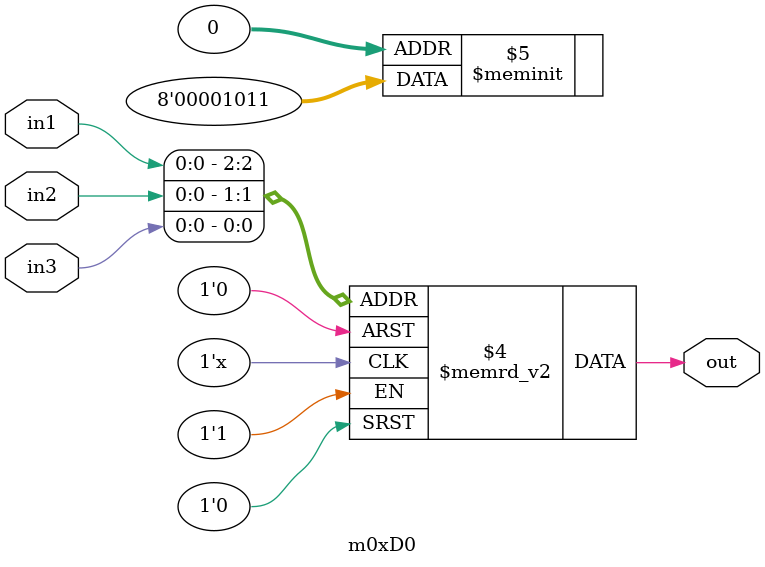
<source format=v>
module m0xD0(output out, input in1, in2, in3);

   always @(in1, in2, in3)
     begin
        case({in1, in2, in3})
          3'b000: {out} = 1'b1;
          3'b001: {out} = 1'b1;
          3'b010: {out} = 1'b0;
          3'b011: {out} = 1'b1;
          3'b100: {out} = 1'b0;
          3'b101: {out} = 1'b0;
          3'b110: {out} = 1'b0;
          3'b111: {out} = 1'b0;
        endcase // case ({in1, in2, in3})
     end // always @ (in1, in2, in3)

endmodule // m0xD0
</source>
